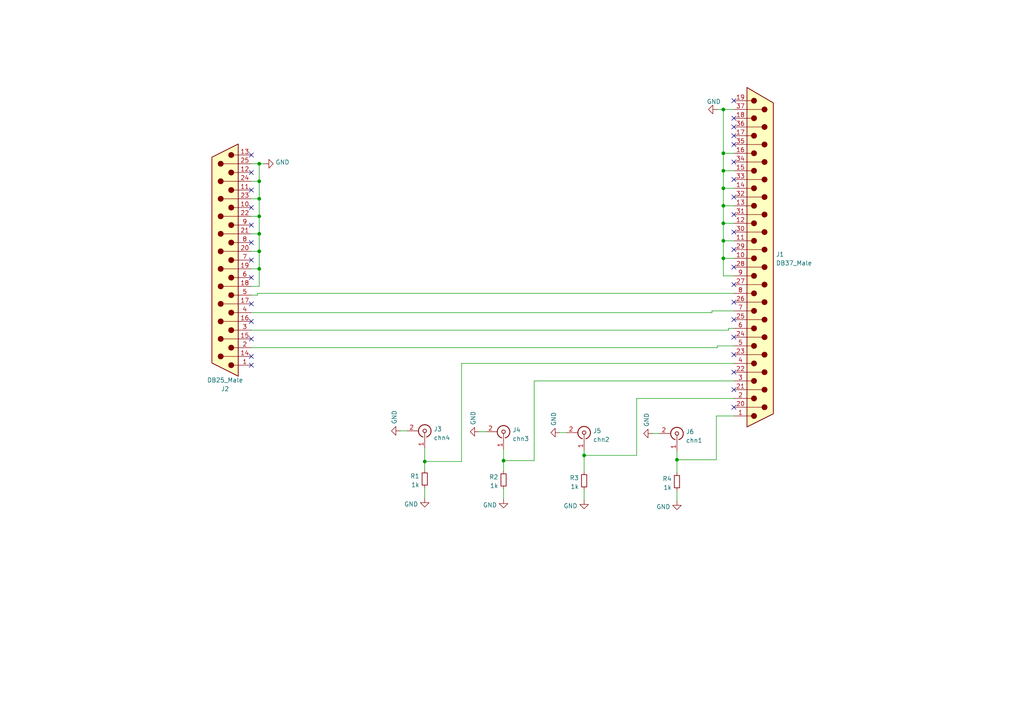
<source format=kicad_sch>
(kicad_sch (version 20211123) (generator eeschema)
  (paper "A4")
  (lib_symbols
    (symbol "Connector:Conn_Coaxial" (pin_names (offset 1.016) hide)
      (property "Reference" "J" (at 0.254 3.048 0))
      (property "Value" "Conn_Coaxial" (at 2.921 0 90))
      (symbol "Conn_Coaxial_0_1"
        (arc (start -1.778 -0.508) (mid 0.222 -1.808) (end 1.778 0) (stroke (width 0.254)))
        (polyline (pts (xy -2.54 0) (xy -0.508 0)))
        (polyline (pts (xy 0 -2.54) (xy 0 -1.778)))
        (circle (center 0 0) (radius 0.508) (stroke (width 0.2032)))
        (arc (start 1.778 0) (mid 0.2221 1.8083) (end -1.778 0.508) (stroke (width 0.254)))
      )
      (symbol "Conn_Coaxial_1_1"
        (pin passive line (at -5.08 0 0) (length 2.54) (name "In") (number "1"))
        (pin passive line (at 0 -5.08 90) (length 2.54) (name "Ext") (number "2"))
      )
    )
    (symbol "Connector:DB25_Male" (pin_names (offset 1.016) hide)
      (property "Reference" "J" (at 0 34.29 0))
      (property "Value" "DB25_Male" (at 0 -34.925 0))
      (symbol "DB25_Male_0_1"
        (circle (center -1.778 -30.48) (radius 0.762) (fill (type outline)))
        (circle (center -1.778 -25.4) (radius 0.762) (fill (type outline)))
        (circle (center -1.778 -20.32) (radius 0.762) (fill (type outline)))
        (circle (center -1.778 -15.24) (radius 0.762) (fill (type outline)))
        (circle (center -1.778 -10.16) (radius 0.762) (fill (type outline)))
        (circle (center -1.778 -5.08) (radius 0.762) (fill (type outline)))
        (circle (center -1.778 0) (radius 0.762) (fill (type outline)))
        (circle (center -1.778 5.08) (radius 0.762) (fill (type outline)))
        (circle (center -1.778 10.16) (radius 0.762) (fill (type outline)))
        (circle (center -1.778 15.24) (radius 0.762) (fill (type outline)))
        (circle (center -1.778 20.32) (radius 0.762) (fill (type outline)))
        (circle (center -1.778 25.4) (radius 0.762) (fill (type outline)))
        (circle (center -1.778 30.48) (radius 0.762) (fill (type outline)))
        (polyline (pts (xy -3.81 -30.48) (xy -2.54 -30.48)))
        (polyline (pts (xy -3.81 -27.94) (xy 0.508 -27.94)))
        (polyline (pts (xy -3.81 -25.4) (xy -2.54 -25.4)))
        (polyline (pts (xy -3.81 -22.86) (xy 0.508 -22.86)))
        (polyline (pts (xy -3.81 -20.32) (xy -2.54 -20.32)))
        (polyline (pts (xy -3.81 -17.78) (xy 0.508 -17.78)))
        (polyline (pts (xy -3.81 -15.24) (xy -2.54 -15.24)))
        (polyline (pts (xy -3.81 -12.7) (xy 0.508 -12.7)))
        (polyline (pts (xy -3.81 -10.16) (xy -2.54 -10.16)))
        (polyline (pts (xy -3.81 -7.62) (xy 0.508 -7.62)))
        (polyline (pts (xy -3.81 -5.08) (xy -2.54 -5.08)))
        (polyline (pts (xy -3.81 -2.54) (xy 0.508 -2.54)))
        (polyline (pts (xy -3.81 0) (xy -2.54 0)))
        (polyline (pts (xy -3.81 2.54) (xy 0.508 2.54)))
        (polyline (pts (xy -3.81 5.08) (xy -2.54 5.08)))
        (polyline (pts (xy -3.81 7.62) (xy 0.508 7.62)))
        (polyline (pts (xy -3.81 10.16) (xy -2.54 10.16)))
        (polyline (pts (xy -3.81 12.7) (xy 0.508 12.7)))
        (polyline (pts (xy -3.81 15.24) (xy -2.54 15.24)))
        (polyline (pts (xy -3.81 17.78) (xy 0.508 17.78)))
        (polyline (pts (xy -3.81 20.32) (xy -2.54 20.32)))
        (polyline (pts (xy -3.81 22.86) (xy 0.508 22.86)))
        (polyline (pts (xy -3.81 25.4) (xy -2.54 25.4)))
        (polyline (pts (xy -3.81 27.94) (xy 0.508 27.94)))
        (polyline (pts (xy -3.81 30.48) (xy -2.54 30.48)))
        (polyline (pts (xy -3.81 -33.655) (xy 3.81 -29.845) (xy 3.81 29.845) (xy -3.81 33.655) (xy -3.81 -33.655)) (stroke (width 0.254)) (fill (type background)))
        (circle (center 1.27 -27.94) (radius 0.762) (fill (type outline)))
        (circle (center 1.27 -22.86) (radius 0.762) (fill (type outline)))
        (circle (center 1.27 -17.78) (radius 0.762) (fill (type outline)))
        (circle (center 1.27 -12.7) (radius 0.762) (fill (type outline)))
        (circle (center 1.27 -7.62) (radius 0.762) (fill (type outline)))
        (circle (center 1.27 -2.54) (radius 0.762) (fill (type outline)))
        (circle (center 1.27 2.54) (radius 0.762) (fill (type outline)))
        (circle (center 1.27 7.62) (radius 0.762) (fill (type outline)))
        (circle (center 1.27 12.7) (radius 0.762) (fill (type outline)))
        (circle (center 1.27 17.78) (radius 0.762) (fill (type outline)))
        (circle (center 1.27 22.86) (radius 0.762) (fill (type outline)))
        (circle (center 1.27 27.94) (radius 0.762) (fill (type outline)))
      )
      (symbol "DB25_Male_1_1"
        (pin passive line (at -7.62 -30.48 0) (length 3.81) (name "1") (number "1"))
        (pin passive line (at -7.62 15.24 0) (length 3.81) (name "10") (number "10"))
        (pin passive line (at -7.62 20.32 0) (length 3.81) (name "11") (number "11"))
        (pin passive line (at -7.62 25.4 0) (length 3.81) (name "12") (number "12"))
        (pin passive line (at -7.62 30.48 0) (length 3.81) (name "13") (number "13"))
        (pin passive line (at -7.62 -27.94 0) (length 3.81) (name "P14") (number "14"))
        (pin passive line (at -7.62 -22.86 0) (length 3.81) (name "P15") (number "15"))
        (pin passive line (at -7.62 -17.78 0) (length 3.81) (name "P16") (number "16"))
        (pin passive line (at -7.62 -12.7 0) (length 3.81) (name "P17") (number "17"))
        (pin passive line (at -7.62 -7.62 0) (length 3.81) (name "P18") (number "18"))
        (pin passive line (at -7.62 -2.54 0) (length 3.81) (name "P19") (number "19"))
        (pin passive line (at -7.62 -25.4 0) (length 3.81) (name "2") (number "2"))
        (pin passive line (at -7.62 2.54 0) (length 3.81) (name "P20") (number "20"))
        (pin passive line (at -7.62 7.62 0) (length 3.81) (name "P21") (number "21"))
        (pin passive line (at -7.62 12.7 0) (length 3.81) (name "P22") (number "22"))
        (pin passive line (at -7.62 17.78 0) (length 3.81) (name "P23") (number "23"))
        (pin passive line (at -7.62 22.86 0) (length 3.81) (name "P24") (number "24"))
        (pin passive line (at -7.62 27.94 0) (length 3.81) (name "P25") (number "25"))
        (pin passive line (at -7.62 -20.32 0) (length 3.81) (name "3") (number "3"))
        (pin passive line (at -7.62 -15.24 0) (length 3.81) (name "4") (number "4"))
        (pin passive line (at -7.62 -10.16 0) (length 3.81) (name "5") (number "5"))
        (pin passive line (at -7.62 -5.08 0) (length 3.81) (name "6") (number "6"))
        (pin passive line (at -7.62 0 0) (length 3.81) (name "7") (number "7"))
        (pin passive line (at -7.62 5.08 0) (length 3.81) (name "8") (number "8"))
        (pin passive line (at -7.62 10.16 0) (length 3.81) (name "9") (number "9"))
      )
    )
    (symbol "Connector:DB37_Male" (pin_names (offset 1.016) hide)
      (property "Reference" "J" (at 0 50.8 0))
      (property "Value" "DB37_Male" (at 0 -50.8 0))
      (symbol "DB37_Male_0_1"
        (circle (center -1.778 -45.72) (radius 0.762) (fill (type outline)))
        (circle (center -1.778 -40.64) (radius 0.762) (fill (type outline)))
        (circle (center -1.778 -35.56) (radius 0.762) (fill (type outline)))
        (circle (center -1.778 -30.48) (radius 0.762) (fill (type outline)))
        (circle (center -1.778 -25.4) (radius 0.762) (fill (type outline)))
        (circle (center -1.778 -20.32) (radius 0.762) (fill (type outline)))
        (circle (center -1.778 -15.24) (radius 0.762) (fill (type outline)))
        (circle (center -1.778 -10.16) (radius 0.762) (fill (type outline)))
        (circle (center -1.778 -5.08) (radius 0.762) (fill (type outline)))
        (circle (center -1.778 0) (radius 0.762) (fill (type outline)))
        (circle (center -1.778 5.08) (radius 0.762) (fill (type outline)))
        (circle (center -1.778 10.16) (radius 0.762) (fill (type outline)))
        (circle (center -1.778 15.24) (radius 0.762) (fill (type outline)))
        (circle (center -1.778 20.32) (radius 0.762) (fill (type outline)))
        (circle (center -1.778 25.4) (radius 0.762) (fill (type outline)))
        (circle (center -1.778 30.48) (radius 0.762) (fill (type outline)))
        (circle (center -1.778 35.56) (radius 0.762) (fill (type outline)))
        (circle (center -1.778 40.64) (radius 0.762) (fill (type outline)))
        (circle (center -1.778 45.72) (radius 0.762) (fill (type outline)))
        (polyline (pts (xy -3.81 -45.72) (xy -2.54 -45.72)))
        (polyline (pts (xy -3.81 -43.18) (xy 0.508 -43.18)))
        (polyline (pts (xy -3.81 -40.64) (xy -2.54 -40.64)))
        (polyline (pts (xy -3.81 -38.1) (xy 0.508 -38.1)))
        (polyline (pts (xy -3.81 -35.56) (xy -2.54 -35.56)))
        (polyline (pts (xy -3.81 -33.02) (xy 0.508 -33.02)))
        (polyline (pts (xy -3.81 -30.48) (xy -2.54 -30.48)))
        (polyline (pts (xy -3.81 -27.94) (xy 0.508 -27.94)))
        (polyline (pts (xy -3.81 -25.4) (xy -2.54 -25.4)))
        (polyline (pts (xy -3.81 -22.86) (xy 0.508 -22.86)))
        (polyline (pts (xy -3.81 -20.32) (xy -2.54 -20.32)))
        (polyline (pts (xy -3.81 -17.78) (xy 0.508 -17.78)))
        (polyline (pts (xy -3.81 -15.24) (xy -2.54 -15.24)))
        (polyline (pts (xy -3.81 -12.7) (xy 0.508 -12.7)))
        (polyline (pts (xy -3.81 -10.16) (xy -2.54 -10.16)))
        (polyline (pts (xy -3.81 -7.62) (xy 0.508 -7.62)))
        (polyline (pts (xy -3.81 -5.08) (xy -2.54 -5.08)))
        (polyline (pts (xy -3.81 -2.54) (xy 0.508 -2.54)))
        (polyline (pts (xy -3.81 0) (xy -2.54 0)))
        (polyline (pts (xy -3.81 2.54) (xy 0.508 2.54)))
        (polyline (pts (xy -3.81 5.08) (xy -2.54 5.08)))
        (polyline (pts (xy -3.81 7.62) (xy 0.508 7.62)))
        (polyline (pts (xy -3.81 10.16) (xy -2.54 10.16)))
        (polyline (pts (xy -3.81 12.7) (xy 0.508 12.7)))
        (polyline (pts (xy -3.81 15.24) (xy -2.54 15.24)))
        (polyline (pts (xy -3.81 17.78) (xy 0.508 17.78)))
        (polyline (pts (xy -3.81 20.32) (xy -2.54 20.32)))
        (polyline (pts (xy -3.81 22.86) (xy 0.508 22.86)))
        (polyline (pts (xy -3.81 25.4) (xy -2.54 25.4)))
        (polyline (pts (xy -3.81 27.94) (xy 0.508 27.94)))
        (polyline (pts (xy -3.81 30.48) (xy -2.54 30.48)))
        (polyline (pts (xy -3.81 33.02) (xy 0.508 33.02)))
        (polyline (pts (xy -3.81 35.56) (xy -2.54 35.56)))
        (polyline (pts (xy -3.81 38.1) (xy 0.508 38.1)))
        (polyline (pts (xy -3.81 40.64) (xy -2.54 40.64)))
        (polyline (pts (xy -3.81 43.18) (xy 0.508 43.18)))
        (polyline (pts (xy -3.81 45.72) (xy -2.54 45.72)))
        (polyline (pts (xy -3.81 49.53) (xy 3.81 45.085) (xy 3.81 -45.085) (xy -3.81 -48.895) (xy -3.81 49.53)) (stroke (width 0.254)) (fill (type background)))
        (circle (center 1.27 -43.18) (radius 0.762) (fill (type outline)))
        (circle (center 1.27 -38.1) (radius 0.762) (fill (type outline)))
        (circle (center 1.27 -33.02) (radius 0.762) (fill (type outline)))
        (circle (center 1.27 -27.94) (radius 0.762) (fill (type outline)))
        (circle (center 1.27 -22.86) (radius 0.762) (fill (type outline)))
        (circle (center 1.27 -17.78) (radius 0.762) (fill (type outline)))
        (circle (center 1.27 -12.7) (radius 0.762) (fill (type outline)))
        (circle (center 1.27 -7.62) (radius 0.762) (fill (type outline)))
        (circle (center 1.27 -2.54) (radius 0.762) (fill (type outline)))
        (circle (center 1.27 2.54) (radius 0.762) (fill (type outline)))
        (circle (center 1.27 7.62) (radius 0.762) (fill (type outline)))
        (circle (center 1.27 12.7) (radius 0.762) (fill (type outline)))
        (circle (center 1.27 17.78) (radius 0.762) (fill (type outline)))
        (circle (center 1.27 22.86) (radius 0.762) (fill (type outline)))
        (circle (center 1.27 27.94) (radius 0.762) (fill (type outline)))
        (circle (center 1.27 33.02) (radius 0.762) (fill (type outline)))
        (circle (center 1.27 38.1) (radius 0.762) (fill (type outline)))
        (circle (center 1.27 43.18) (radius 0.762) (fill (type outline)))
      )
      (symbol "DB37_Male_1_1"
        (pin passive line (at -7.62 -45.72 0) (length 3.81) (name "1") (number "1"))
        (pin passive line (at -7.62 0 0) (length 3.81) (name "10") (number "10"))
        (pin passive line (at -7.62 5.08 0) (length 3.81) (name "11") (number "11"))
        (pin passive line (at -7.62 10.16 0) (length 3.81) (name "12") (number "12"))
        (pin passive line (at -7.62 15.24 0) (length 3.81) (name "13") (number "13"))
        (pin passive line (at -7.62 20.32 0) (length 3.81) (name "14") (number "14"))
        (pin passive line (at -7.62 25.4 0) (length 3.81) (name "15") (number "15"))
        (pin passive line (at -7.62 30.48 0) (length 3.81) (name "16") (number "16"))
        (pin passive line (at -7.62 35.56 0) (length 3.81) (name "17") (number "17"))
        (pin passive line (at -7.62 40.64 0) (length 3.81) (name "18") (number "18"))
        (pin passive line (at -7.62 45.72 0) (length 3.81) (name "19") (number "19"))
        (pin passive line (at -7.62 -40.64 0) (length 3.81) (name "2") (number "2"))
        (pin passive line (at -7.62 -43.18 0) (length 3.81) (name "20") (number "20"))
        (pin passive line (at -7.62 -38.1 0) (length 3.81) (name "21") (number "21"))
        (pin passive line (at -7.62 -33.02 0) (length 3.81) (name "22") (number "22"))
        (pin passive line (at -7.62 -27.94 0) (length 3.81) (name "23") (number "23"))
        (pin passive line (at -7.62 -22.86 0) (length 3.81) (name "24") (number "24"))
        (pin passive line (at -7.62 -17.78 0) (length 3.81) (name "25") (number "25"))
        (pin passive line (at -7.62 -12.7 0) (length 3.81) (name "26") (number "26"))
        (pin passive line (at -7.62 -7.62 0) (length 3.81) (name "27") (number "27"))
        (pin passive line (at -7.62 -2.54 0) (length 3.81) (name "28") (number "28"))
        (pin passive line (at -7.62 2.54 0) (length 3.81) (name "29") (number "29"))
        (pin passive line (at -7.62 -35.56 0) (length 3.81) (name "3") (number "3"))
        (pin passive line (at -7.62 7.62 0) (length 3.81) (name "30") (number "30"))
        (pin passive line (at -7.62 12.7 0) (length 3.81) (name "31") (number "31"))
        (pin passive line (at -7.62 17.78 0) (length 3.81) (name "32") (number "32"))
        (pin passive line (at -7.62 22.86 0) (length 3.81) (name "33") (number "33"))
        (pin passive line (at -7.62 27.94 0) (length 3.81) (name "34") (number "34"))
        (pin passive line (at -7.62 33.02 0) (length 3.81) (name "35") (number "35"))
        (pin passive line (at -7.62 38.1 0) (length 3.81) (name "36") (number "36"))
        (pin passive line (at -7.62 43.18 0) (length 3.81) (name "37") (number "37"))
        (pin passive line (at -7.62 -30.48 0) (length 3.81) (name "4") (number "4"))
        (pin passive line (at -7.62 -25.4 0) (length 3.81) (name "5") (number "5"))
        (pin passive line (at -7.62 -20.32 0) (length 3.81) (name "6") (number "6"))
        (pin passive line (at -7.62 -15.24 0) (length 3.81) (name "7") (number "7"))
        (pin passive line (at -7.62 -10.16 0) (length 3.81) (name "8") (number "8"))
        (pin passive line (at -7.62 -5.08 0) (length 3.81) (name "9") (number "9"))
      )
    )
    (symbol "Device:R_Small" (pin_numbers hide) (pin_names (offset 0.254) hide)
      (property "Reference" "R" (at 0.762 0.508 0))
      (property "Value" "R_Small" (at 0.762 -1.016 0))
      (symbol "R_Small_0_1"
        (rectangle (start -0.762 1.778) (end 0.762 -1.778) (stroke (width 0.2032)))
      )
      (symbol "R_Small_1_1"
        (pin passive line (at 0 2.54 270) (length 0.762) (name "~") (number "1"))
        (pin passive line (at 0 -2.54 90) (length 0.762) (name "~") (number "2"))
      )
    )
    (symbol "power:GND" (power) (pin_names (offset 0))
      (property "Value" "GND" (at 0 -3.81 0))
      (symbol "GND_0_1"
        (polyline (pts (xy 0 0) (xy 0 -1.27) (xy 1.27 -1.27) (xy 0 -2.54) (xy -1.27 -1.27) (xy 0 -1.27)))
      )
      (symbol "GND_1_1"
        (pin power_in line (at 0 0 270) (length 0) hide (name "GND") (number "1"))
      )
    )
  )
  (junction (at 196.342 133.35))
  (junction (at 123.19 133.858))
  (junction (at 209.804 64.77))
  (junction (at 209.804 74.93))
  (junction (at 209.804 54.61))
  (junction (at 75.184 77.978))
  (junction (at 169.418 132.08))
  (junction (at 209.804 59.69))
  (junction (at 209.804 49.53))
  (junction (at 75.184 72.898))
  (junction (at 209.804 69.85))
  (junction (at 146.05 133.604))
  (junction (at 75.184 57.658))
  (junction (at 75.184 52.578))
  (junction (at 75.184 62.738))
  (junction (at 209.804 44.45))
  (junction (at 75.184 47.498))
  (junction (at 209.804 31.75))
  (junction (at 75.184 67.818))
  (no_connect (at 72.898 60.198))
  (no_connect (at 72.898 55.118))
  (no_connect (at 72.898 93.218))
  (no_connect (at 72.898 98.298))
  (no_connect (at 72.898 103.378))
  (no_connect (at 72.898 105.918))
  (no_connect (at 72.898 88.138))
  (no_connect (at 72.898 80.518))
  (no_connect (at 72.898 75.438))
  (no_connect (at 72.898 70.358))
  (no_connect (at 72.898 65.278))
  (no_connect (at 212.852 39.37))
  (no_connect (at 212.852 41.91))
  (no_connect (at 212.852 36.83))
  (no_connect (at 212.852 57.15))
  (no_connect (at 212.852 62.23))
  (no_connect (at 212.852 46.99))
  (no_connect (at 212.852 52.07))
  (no_connect (at 212.852 77.47))
  (no_connect (at 212.852 87.63))
  (no_connect (at 212.852 92.71))
  (no_connect (at 212.852 82.55))
  (no_connect (at 212.852 67.31))
  (no_connect (at 212.852 72.39))
  (no_connect (at 72.898 50.038))
  (no_connect (at 212.852 34.29))
  (no_connect (at 212.852 97.79))
  (no_connect (at 212.852 118.11))
  (no_connect (at 212.852 113.03))
  (no_connect (at 212.852 107.95))
  (no_connect (at 212.852 102.87))
  (no_connect (at 72.898 44.958))
  (no_connect (at 212.852 29.21))
  (wire (pts (xy 118.11 124.968) (xy 116.078 124.968)))
  (wire (pts (xy 191.262 125.73) (xy 189.23 125.73)))
  (wire (pts (xy 209.804 49.53) (xy 209.804 44.45)))
  (wire (pts (xy 208.026 31.75) (xy 209.804 31.75)))
  (wire (pts (xy 184.658 115.57) (xy 184.658 132.08)))
  (wire (pts (xy 146.05 133.604) (xy 146.05 130.302)))
  (wire (pts (xy 133.858 105.41) (xy 133.858 133.858)))
  (wire (pts (xy 212.852 115.57) (xy 184.658 115.57)))
  (wire (pts (xy 154.94 110.49) (xy 154.94 133.604)))
  (wire (pts (xy 209.804 31.75) (xy 212.852 31.75)))
  (wire (pts (xy 133.858 133.858) (xy 123.19 133.858)))
  (wire (pts (xy 206.502 90.678) (xy 206.502 90.17)))
  (wire (pts (xy 209.804 69.85) (xy 209.804 74.93)))
  (wire (pts (xy 207.772 120.65) (xy 207.772 133.35)))
  (wire (pts (xy 169.418 141.986) (xy 169.418 145.034)))
  (wire (pts (xy 72.898 83.058) (xy 75.184 83.058)))
  (wire (pts (xy 212.852 120.65) (xy 207.772 120.65)))
  (wire (pts (xy 169.418 136.906) (xy 169.418 132.08)))
  (wire (pts (xy 123.19 141.478) (xy 123.19 144.526)))
  (wire (pts (xy 75.184 72.898) (xy 75.184 77.978)))
  (wire (pts (xy 211.328 95.758) (xy 211.328 95.25)))
  (wire (pts (xy 209.804 54.61) (xy 209.804 49.53)))
  (wire (pts (xy 72.898 52.578) (xy 75.184 52.578)))
  (wire (pts (xy 75.184 57.658) (xy 75.184 62.738)))
  (wire (pts (xy 209.804 44.45) (xy 209.804 31.75)))
  (wire (pts (xy 72.898 47.498) (xy 75.184 47.498)))
  (wire (pts (xy 74.676 85.09) (xy 74.676 85.598)))
  (wire (pts (xy 209.804 64.77) (xy 212.852 64.77)))
  (wire (pts (xy 146.05 136.652) (xy 146.05 133.604)))
  (wire (pts (xy 196.342 142.24) (xy 196.342 145.288)))
  (wire (pts (xy 75.184 62.738) (xy 75.184 67.818)))
  (wire (pts (xy 211.328 95.25) (xy 212.852 95.25)))
  (wire (pts (xy 75.184 77.978) (xy 75.184 83.058)))
  (wire (pts (xy 209.804 49.53) (xy 212.852 49.53)))
  (wire (pts (xy 75.184 52.578) (xy 75.184 57.658)))
  (wire (pts (xy 206.502 90.17) (xy 212.852 90.17)))
  (wire (pts (xy 208.026 100.838) (xy 208.026 100.33)))
  (wire (pts (xy 209.804 64.77) (xy 209.804 69.85)))
  (wire (pts (xy 212.852 59.69) (xy 209.804 59.69)))
  (wire (pts (xy 209.804 54.61) (xy 212.852 54.61)))
  (wire (pts (xy 72.898 90.678) (xy 206.502 90.678)))
  (wire (pts (xy 72.898 67.818) (xy 75.184 67.818)))
  (wire (pts (xy 209.804 74.93) (xy 209.804 80.01)))
  (wire (pts (xy 212.852 85.09) (xy 74.676 85.09)))
  (wire (pts (xy 207.772 133.35) (xy 196.342 133.35)))
  (wire (pts (xy 72.898 100.838) (xy 208.026 100.838)))
  (wire (pts (xy 72.898 77.978) (xy 75.184 77.978)))
  (wire (pts (xy 196.342 133.35) (xy 196.342 130.81)))
  (wire (pts (xy 208.026 100.33) (xy 212.852 100.33)))
  (wire (pts (xy 164.338 125.476) (xy 162.306 125.476)))
  (wire (pts (xy 196.342 137.16) (xy 196.342 133.35)))
  (wire (pts (xy 212.852 44.45) (xy 209.804 44.45)))
  (wire (pts (xy 75.184 47.498) (xy 76.708 47.498)))
  (wire (pts (xy 209.804 69.85) (xy 212.852 69.85)))
  (wire (pts (xy 209.804 54.61) (xy 209.804 59.69)))
  (wire (pts (xy 123.19 136.398) (xy 123.19 133.858)))
  (wire (pts (xy 72.898 57.658) (xy 75.184 57.658)))
  (wire (pts (xy 146.05 133.604) (xy 154.94 133.604)))
  (wire (pts (xy 74.676 85.598) (xy 72.898 85.598)))
  (wire (pts (xy 75.184 47.498) (xy 75.184 52.578)))
  (wire (pts (xy 184.658 132.08) (xy 169.418 132.08)))
  (wire (pts (xy 72.898 95.758) (xy 211.328 95.758)))
  (wire (pts (xy 140.97 125.222) (xy 138.938 125.222)))
  (wire (pts (xy 209.804 74.93) (xy 212.852 74.93)))
  (wire (pts (xy 75.184 67.818) (xy 75.184 72.898)))
  (wire (pts (xy 72.898 62.738) (xy 75.184 62.738)))
  (wire (pts (xy 212.852 105.41) (xy 133.858 105.41)))
  (wire (pts (xy 123.19 133.858) (xy 123.19 130.048)))
  (wire (pts (xy 146.05 141.732) (xy 146.05 144.78)))
  (wire (pts (xy 72.898 72.898) (xy 75.184 72.898)))
  (wire (pts (xy 169.418 132.08) (xy 169.418 130.556)))
  (wire (pts (xy 212.852 80.01) (xy 209.804 80.01)))
  (wire (pts (xy 209.804 59.69) (xy 209.804 64.77)))
  (wire (pts (xy 212.852 110.49) (xy 154.94 110.49)))
  (symbol (lib_id "Device:R_Small") (at 169.418 139.446 0) (mirror y) (unit 1)
    (property "Reference" "R3" (at 167.9194 138.6113 0) (effects (justify left)))
    (property "Value" "1k" (at 167.9194 141.1482 0) (effects (justify left)))
  )
  (symbol (lib_id "Connector:Conn_Coaxial") (at 146.05 125.222 270) (mirror x) (unit 1)
    (property "Reference" "J4" (at 148.6386 124.7047 90) (effects (justify left)))
    (property "Value" "chn3" (at 148.6386 127.2416 90) (effects (justify left)))
    (property "Datasheet" " ~" (effects hide))
  )
  (symbol (lib_id "power:GND") (at 162.306 125.476 270) (unit 1)
    (property "Reference" "#PWR05" (effects hide))
    (property "Value" "GND" (at 160.6022 123.571 0) (effects (justify right)))
  )
  (symbol (lib_id "power:GND") (at 196.342 145.288 0) (unit 1)
    (property "Reference" "#PWR010" (effects hide))
    (property "Value" "GND" (at 194.437 146.9918 0) (effects (justify right)))
  )
  (symbol (lib_id "Connector:Conn_Coaxial") (at 123.19 124.968 270) (mirror x) (unit 1)
    (property "Reference" "J3" (at 125.7786 124.4507 90) (effects (justify left)))
    (property "Value" "chn4" (at 125.7786 126.9876 90) (effects (justify left)))
    (property "Datasheet" " ~" (effects hide))
  )
  (symbol (lib_id "Device:R_Small") (at 146.05 139.192 0) (mirror y) (unit 1)
    (property "Reference" "R2" (at 144.5514 138.3573 0) (effects (justify left)))
    (property "Value" "1k" (at 144.5514 140.8942 0) (effects (justify left)))
  )
  (symbol (lib_id "Connector:DB37_Male") (at 220.472 74.93 0) (unit 1)
    (property "Reference" "J1" (at 225.044 73.7778 0) (effects (justify left)))
    (property "Value" "DB37_Male" (at 225.044 76.3147 0) (effects (justify left)))
    (property "Datasheet" " ~" (effects hide))
  )
  (symbol (lib_id "Device:R_Small") (at 196.342 139.7 0) (mirror y) (unit 1)
    (property "Reference" "R4" (at 194.8434 138.8653 0) (effects (justify left)))
    (property "Value" "1k" (at 194.8434 141.4022 0) (effects (justify left)))
  )
  (symbol (lib_id "power:GND") (at 138.938 125.222 270) (unit 1)
    (property "Reference" "#PWR04" (effects hide))
    (property "Value" "GND" (at 137.2342 123.317 0) (effects (justify right)))
  )
  (symbol (lib_id "power:GND") (at 76.708 47.498 90) (mirror x) (unit 1)
    (property "Reference" "#PWR02" (effects hide))
    (property "Value" "GND" (at 79.883 47.0642 90) (effects (justify right)))
  )
  (symbol (lib_id "Connector:DB25_Male") (at 65.278 75.438 0) (mirror y) (unit 1)
    (property "Reference" "J2" (at 65.278 112.7928 0))
    (property "Value" "DB25_Male" (at 65.278 110.2559 0))
    (property "Datasheet" " ~" (effects hide))
  )
  (symbol (lib_id "power:GND") (at 123.19 144.526 0) (unit 1)
    (property "Reference" "#PWR07" (effects hide))
    (property "Value" "GND" (at 121.285 146.2298 0) (effects (justify right)))
  )
  (symbol (lib_id "power:GND") (at 208.026 31.75 270) (unit 1)
    (property "Reference" "#PWR01" (effects hide))
    (property "Value" "GND" (at 204.978 29.464 90) (effects (justify left)))
  )
  (symbol (lib_id "power:GND") (at 169.418 145.034 0) (unit 1)
    (property "Reference" "#PWR09" (effects hide))
    (property "Value" "GND" (at 167.513 146.7378 0) (effects (justify right)))
  )
  (symbol (lib_id "power:GND") (at 189.23 125.73 270) (unit 1)
    (property "Reference" "#PWR06" (effects hide))
    (property "Value" "GND" (at 187.5262 123.825 0) (effects (justify right)))
  )
  (symbol (lib_id "Device:R_Small") (at 123.19 138.938 0) (mirror y) (unit 1)
    (property "Reference" "R1" (at 121.6914 138.1033 0) (effects (justify left)))
    (property "Value" "1k" (at 121.6914 140.6402 0) (effects (justify left)))
  )
  (symbol (lib_id "power:GND") (at 116.078 124.968 270) (unit 1)
    (property "Reference" "#PWR03" (effects hide))
    (property "Value" "GND" (at 114.3742 123.063 0) (effects (justify right)))
  )
  (symbol (lib_id "Connector:Conn_Coaxial") (at 196.342 125.73 270) (mirror x) (unit 1)
    (property "Reference" "J6" (at 198.9306 125.2127 90) (effects (justify left)))
    (property "Value" "chn1" (at 198.9306 127.7496 90) (effects (justify left)))
    (property "Datasheet" " ~" (effects hide))
  )
  (symbol (lib_id "Connector:Conn_Coaxial") (at 169.418 125.476 270) (mirror x) (unit 1)
    (property "Reference" "J5" (at 172.0066 124.9587 90) (effects (justify left)))
    (property "Value" "chn2" (at 172.0066 127.4956 90) (effects (justify left)))
    (property "Datasheet" " ~" (effects hide))
  )
  (symbol (lib_id "power:GND") (at 146.05 144.78 0) (unit 1)
    (property "Reference" "#PWR08" (effects hide))
    (property "Value" "GND" (at 144.145 146.4838 0) (effects (justify right)))
  )
)
</source>
